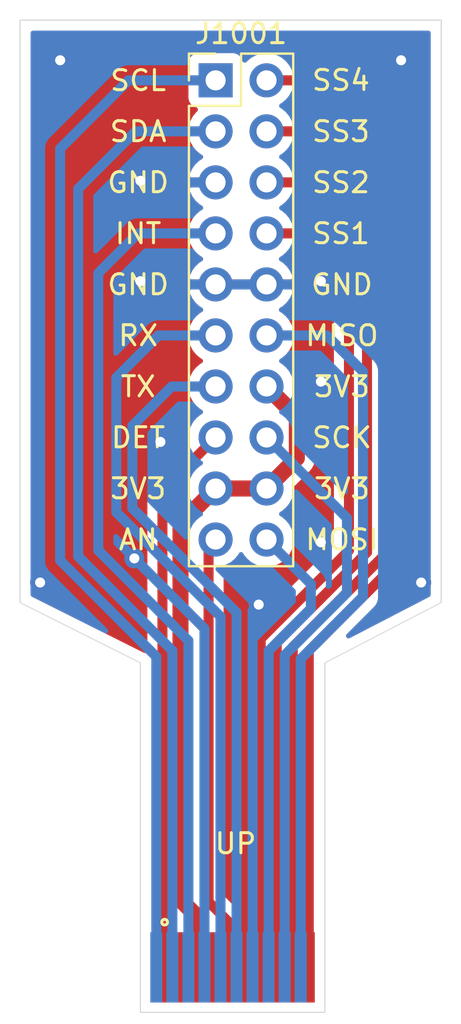
<source format=kicad_pcb>
(kicad_pcb (version 20171130) (host pcbnew 6.0.0-rc1-unknown-9cac0a3~66~ubuntu16.04.1)

  (general
    (thickness 1)
    (drawings 33)
    (tracks 104)
    (zones 0)
    (modules 2)
    (nets 17)
  )

  (page A4)
  (layers
    (0 F.Cu signal)
    (31 B.Cu signal)
    (32 B.Adhes user)
    (33 F.Adhes user)
    (34 B.Paste user)
    (35 F.Paste user)
    (36 B.SilkS user)
    (37 F.SilkS user)
    (38 B.Mask user)
    (39 F.Mask user)
    (40 Dwgs.User user)
    (41 Cmts.User user)
    (42 Eco1.User user)
    (43 Eco2.User user)
    (44 Edge.Cuts user)
    (45 Margin user)
    (46 B.CrtYd user)
    (47 F.CrtYd user)
    (48 B.Fab user)
    (49 F.Fab user)
  )

  (setup
    (last_trace_width 0.8)
    (user_trace_width 0.8)
    (trace_clearance 0.2)
    (zone_clearance 0.5)
    (zone_45_only no)
    (trace_min 0.2)
    (via_size 1)
    (via_drill 0.5)
    (via_min_size 0.4)
    (via_min_drill 0.3)
    (uvia_size 0.3)
    (uvia_drill 0.1)
    (uvias_allowed no)
    (uvia_min_size 0.2)
    (uvia_min_drill 0.1)
    (edge_width 0.05)
    (segment_width 0.2)
    (pcb_text_width 0.3)
    (pcb_text_size 1.5 1.5)
    (mod_edge_width 0.12)
    (mod_text_size 1 1)
    (mod_text_width 0.15)
    (pad_size 1.7 1.7)
    (pad_drill 1)
    (pad_to_mask_clearance 0.051)
    (solder_mask_min_width 0.25)
    (aux_axis_origin 139 108)
    (grid_origin 139 108)
    (visible_elements FFFFFF7F)
    (pcbplotparams
      (layerselection 0x010f0_ffffffff)
      (usegerberextensions false)
      (usegerberattributes false)
      (usegerberadvancedattributes false)
      (creategerberjobfile false)
      (excludeedgelayer true)
      (linewidth 0.050000)
      (plotframeref false)
      (viasonmask false)
      (mode 1)
      (useauxorigin true)
      (hpglpennumber 1)
      (hpglpenspeed 20)
      (hpglpendiameter 15.000000)
      (psnegative false)
      (psa4output false)
      (plotreference true)
      (plotvalue true)
      (plotinvisibletext false)
      (padsonsilk false)
      (subtractmaskfromsilk false)
      (outputformat 1)
      (mirror false)
      (drillshape 0)
      (scaleselection 1)
      (outputdirectory "out/"))
  )

  (net 0 "")
  (net 1 /DETECT)
  (net 2 +3V3)
  (net 3 /AN)
  (net 4 GND)
  (net 5 /SS1)
  (net 6 /SS2)
  (net 7 /SS3)
  (net 8 /SS4)
  (net 9 /SDA)
  (net 10 /RX)
  (net 11 /TX)
  (net 12 /MISO)
  (net 13 /SCL)
  (net 14 /INTERRUPT)
  (net 15 /MOSI)
  (net 16 /SCK)

  (net_class Default "This is the default net class."
    (clearance 0.2)
    (trace_width 0.5)
    (via_dia 1)
    (via_drill 0.5)
    (uvia_dia 0.3)
    (uvia_drill 0.1)
    (add_net +3V3)
    (add_net /AN)
    (add_net /DETECT)
    (add_net /INTERRUPT)
    (add_net /MISO)
    (add_net /MOSI)
    (add_net /RX)
    (add_net /SCK)
    (add_net /SCL)
    (add_net /SDA)
    (add_net /SS1)
    (add_net /SS2)
    (add_net /SS3)
    (add_net /SS4)
    (add_net /TX)
    (add_net GND)
  )

  (module Connector_PinHeader_2.54mm:PinHeader_2x10_P2.54mm_Vertical (layer F.Cu) (tedit 59FED5CC) (tstamp 5C451BDD)
    (at 148.75 61)
    (descr "Through hole straight pin header, 2x10, 2.54mm pitch, double rows")
    (tags "Through hole pin header THT 2x10 2.54mm double row")
    (path /5C44F4C6)
    (fp_text reference J1001 (at 1.27 -2.33) (layer F.SilkS)
      (effects (font (size 1 1) (thickness 0.15)))
    )
    (fp_text value "Pin header" (at 1.27 25.19) (layer F.Fab)
      (effects (font (size 1 1) (thickness 0.15)))
    )
    (fp_text user %R (at 1.27 11.43 90) (layer F.Fab)
      (effects (font (size 1 1) (thickness 0.15)))
    )
    (fp_line (start 4.35 -1.8) (end -1.8 -1.8) (layer F.CrtYd) (width 0.05))
    (fp_line (start 4.35 24.65) (end 4.35 -1.8) (layer F.CrtYd) (width 0.05))
    (fp_line (start -1.8 24.65) (end 4.35 24.65) (layer F.CrtYd) (width 0.05))
    (fp_line (start -1.8 -1.8) (end -1.8 24.65) (layer F.CrtYd) (width 0.05))
    (fp_line (start -1.33 -1.33) (end 0 -1.33) (layer F.SilkS) (width 0.12))
    (fp_line (start -1.33 0) (end -1.33 -1.33) (layer F.SilkS) (width 0.12))
    (fp_line (start 1.27 -1.33) (end 3.87 -1.33) (layer F.SilkS) (width 0.12))
    (fp_line (start 1.27 1.27) (end 1.27 -1.33) (layer F.SilkS) (width 0.12))
    (fp_line (start -1.33 1.27) (end 1.27 1.27) (layer F.SilkS) (width 0.12))
    (fp_line (start 3.87 -1.33) (end 3.87 24.19) (layer F.SilkS) (width 0.12))
    (fp_line (start -1.33 1.27) (end -1.33 24.19) (layer F.SilkS) (width 0.12))
    (fp_line (start -1.33 24.19) (end 3.87 24.19) (layer F.SilkS) (width 0.12))
    (fp_line (start -1.27 0) (end 0 -1.27) (layer F.Fab) (width 0.1))
    (fp_line (start -1.27 24.13) (end -1.27 0) (layer F.Fab) (width 0.1))
    (fp_line (start 3.81 24.13) (end -1.27 24.13) (layer F.Fab) (width 0.1))
    (fp_line (start 3.81 -1.27) (end 3.81 24.13) (layer F.Fab) (width 0.1))
    (fp_line (start 0 -1.27) (end 3.81 -1.27) (layer F.Fab) (width 0.1))
    (pad 20 thru_hole oval (at 2.54 22.86) (size 1.7 1.7) (drill 1) (layers *.Cu *.Mask)
      (net 15 /MOSI))
    (pad 19 thru_hole oval (at 0 22.86) (size 1.7 1.7) (drill 1) (layers *.Cu *.Mask)
      (net 3 /AN))
    (pad 18 thru_hole oval (at 2.54 20.32) (size 1.7 1.7) (drill 1) (layers *.Cu *.Mask)
      (net 2 +3V3))
    (pad 17 thru_hole oval (at 0 20.32) (size 1.7 1.7) (drill 1) (layers *.Cu *.Mask)
      (net 2 +3V3))
    (pad 16 thru_hole oval (at 2.54 17.78) (size 1.7 1.7) (drill 1) (layers *.Cu *.Mask)
      (net 16 /SCK))
    (pad 15 thru_hole oval (at 0 17.78) (size 1.7 1.7) (drill 1) (layers *.Cu *.Mask)
      (net 1 /DETECT))
    (pad 14 thru_hole oval (at 2.54 15.24) (size 1.7 1.7) (drill 1) (layers *.Cu *.Mask)
      (net 2 +3V3))
    (pad 13 thru_hole oval (at 0 15.24) (size 1.7 1.7) (drill 1) (layers *.Cu *.Mask)
      (net 11 /TX))
    (pad 12 thru_hole oval (at 2.54 12.7) (size 1.7 1.7) (drill 1) (layers *.Cu *.Mask)
      (net 12 /MISO))
    (pad 11 thru_hole oval (at 0 12.7) (size 1.7 1.7) (drill 1) (layers *.Cu *.Mask)
      (net 10 /RX))
    (pad 10 thru_hole oval (at 2.54 10.16) (size 1.7 1.7) (drill 1) (layers *.Cu *.Mask)
      (net 4 GND))
    (pad 9 thru_hole oval (at 0 10.16) (size 1.7 1.7) (drill 1) (layers *.Cu *.Mask)
      (net 4 GND))
    (pad 8 thru_hole oval (at 2.54 7.62) (size 1.7 1.7) (drill 1) (layers *.Cu *.Mask)
      (net 5 /SS1))
    (pad 7 thru_hole oval (at 0 7.62) (size 1.7 1.7) (drill 1) (layers *.Cu *.Mask)
      (net 14 /INTERRUPT))
    (pad 6 thru_hole oval (at 2.54 5.08) (size 1.7 1.7) (drill 1) (layers *.Cu *.Mask)
      (net 6 /SS2))
    (pad 5 thru_hole oval (at 0 5.08) (size 1.7 1.7) (drill 1) (layers *.Cu *.Mask)
      (net 4 GND))
    (pad 4 thru_hole oval (at 2.54 2.54) (size 1.7 1.7) (drill 1) (layers *.Cu *.Mask)
      (net 7 /SS3))
    (pad 3 thru_hole oval (at 0 2.54) (size 1.7 1.7) (drill 1) (layers *.Cu *.Mask)
      (net 9 /SDA))
    (pad 2 thru_hole oval (at 2.54 0) (size 1.7 1.7) (drill 1) (layers *.Cu *.Mask)
      (net 8 /SS4))
    (pad 1 thru_hole rect (at 0 0) (size 1.7 1.7) (drill 1) (layers *.Cu *.Mask)
      (net 13 /SCL))
    (model ${KISYS3DMOD}/Connector_PinHeader_2.54mm.3dshapes/PinHeader_2x10_P2.54mm_Vertical.wrl
      (at (xyz 0 0 0))
      (scale (xyz 1 1 1))
      (rotate (xyz 0 0 0))
    )
  )

  (module trollbook-footprints:10056847-CARDEDGE (layer F.Cu) (tedit 5C33BB15) (tstamp 5C0D7FAB)
    (at 149.61 105.41)
    (path /5C0D3475)
    (attr smd)
    (fp_text reference J1 (at 0 2.9) (layer F.SilkS) hide
      (effects (font (size 1 1) (thickness 0.15)))
    )
    (fp_text value 10056847-CARDEDGE (at 0 4.05) (layer F.Fab) hide
      (effects (font (size 1 1) (thickness 0.15)))
    )
    (fp_circle (center -3.4 -2.5) (end -3.5 -2.6) (layer F.SilkS) (width 0.15))
    (fp_line (start 4.6 -4.5) (end 4.6 2) (layer Dwgs.User) (width 0.12))
    (fp_line (start 4.6 2) (end -4.6 2) (layer Dwgs.User) (width 0.12))
    (fp_line (start -4.6 2) (end -4.6 -4.5) (layer Dwgs.User) (width 0.12))
    (pad 1 smd rect (at -3.413374 -0.25) (size 0.6 3.5) (layers F.Cu F.Paste F.Mask)
      (net 1 /DETECT))
    (pad 2 smd rect (at -2.613374 -0.25) (size 0.6 3.5) (layers F.Cu F.Paste F.Mask)
      (net 2 +3V3))
    (pad 3 smd rect (at -1.813374 -0.25) (size 0.6 3.5) (layers F.Cu F.Paste F.Mask)
      (net 2 +3V3))
    (pad 4 smd rect (at -1.013374 -0.25) (size 0.6 3.5) (layers F.Cu F.Paste F.Mask)
      (net 2 +3V3))
    (pad 5 smd rect (at -0.213374 -0.25) (size 0.6 3.5) (layers F.Cu F.Paste F.Mask)
      (net 3 /AN))
    (pad 6 smd rect (at 0.586626 -0.25) (size 0.6 3.5) (layers F.Cu F.Paste F.Mask)
      (net 4 GND))
    (pad 7 smd rect (at 1.386626 -0.25) (size 0.6 3.5) (layers F.Cu F.Paste F.Mask)
      (net 5 /SS1))
    (pad 8 smd rect (at 2.186626 -0.25) (size 0.6 3.5) (layers F.Cu F.Paste F.Mask)
      (net 6 /SS2))
    (pad 9 smd rect (at 2.986626 -0.25) (size 0.6 3.5) (layers F.Cu F.Paste F.Mask)
      (net 7 /SS3))
    (pad 10 smd rect (at 3.786626 -0.25) (size 0.6 3.5) (layers F.Cu F.Paste F.Mask)
      (net 8 /SS4))
    (pad 12 smd rect (at -3.014918 -0.25 180) (size 0.6 3.5) (layers B.Cu B.Paste B.Mask)
      (net 9 /SDA))
    (pad 14 smd rect (at -1.414918 -0.25 180) (size 0.6 3.5) (layers B.Cu B.Paste B.Mask)
      (net 4 GND))
    (pad 15 smd rect (at -0.614918 -0.25 180) (size 0.6 3.5) (layers B.Cu B.Paste B.Mask)
      (net 10 /RX))
    (pad 16 smd rect (at 0.185082 -0.25 180) (size 0.6 3.5) (layers B.Cu B.Paste B.Mask)
      (net 11 /TX))
    (pad 20 smd rect (at 3.385082 -0.25 180) (size 0.6 3.5) (layers B.Cu B.Paste B.Mask)
      (net 12 /MISO))
    (pad 11 smd rect (at -3.814918 -0.25 180) (size 0.6 3.5) (layers B.Cu B.Paste B.Mask)
      (net 13 /SCL))
    (pad 17 smd rect (at 0.985082 -0.25 180) (size 0.6 3.5) (layers B.Cu B.Paste B.Mask)
      (net 4 GND))
    (pad 13 smd rect (at -2.214918 -0.25 180) (size 0.6 3.5) (layers B.Cu B.Paste B.Mask)
      (net 14 /INTERRUPT))
    (pad 18 smd rect (at 1.785082 -0.25 180) (size 0.6 3.5) (layers B.Cu B.Paste B.Mask)
      (net 15 /MOSI))
    (pad 19 smd rect (at 2.585082 -0.25 180) (size 0.6 3.5) (layers B.Cu B.Paste B.Mask)
      (net 16 /SCK))
  )

  (gr_text GND (at 144.89 71.17) (layer F.SilkS) (tstamp 5C4527B1)
    (effects (font (size 1 1) (thickness 0.15)))
  )
  (gr_text 3V3 (at 144.89 81.33) (layer F.SilkS) (tstamp 5C4527AE)
    (effects (font (size 1 1) (thickness 0.15)))
  )
  (gr_text GND (at 144.89 66.09) (layer F.SilkS) (tstamp 5C4527AB)
    (effects (font (size 1 1) (thickness 0.15)))
  )
  (gr_text 3V3 (at 155.05 81.33) (layer F.SilkS) (tstamp 5C452783)
    (effects (font (size 1 1) (thickness 0.15)))
  )
  (gr_line (start 160 87) (end 154.2 90) (layer Edge.Cuts) (width 0.05) (tstamp 5C451CE8))
  (gr_line (start 160 58) (end 160 87) (layer Edge.Cuts) (width 0.05))
  (gr_line (start 139 58) (end 160 58) (layer Edge.Cuts) (width 0.05))
  (gr_line (start 139 87) (end 139 58) (layer Edge.Cuts) (width 0.05))
  (gr_line (start 145 90) (end 139 87) (layer Edge.Cuts) (width 0.05))
  (gr_line (start 154.2 100.9) (end 154.2 90) (layer Edge.Cuts) (width 0.05) (tstamp 5C0D8823))
  (gr_line (start 145 100.9) (end 145 90) (layer Edge.Cuts) (width 0.05) (tstamp 5C0D8820))
  (gr_poly (pts (xy 145.3 103.2) (xy 154.4 103.2) (xy 154.4 107.4) (xy 145.3 107.4)) (layer B.Mask) (width 0.1))
  (gr_poly (pts (xy 145.3 103.2) (xy 154.4 103.2) (xy 154.4 107.4) (xy 145.3 107.4)) (layer F.Mask) (width 0.1))
  (gr_text DET (at 144.89 78.79) (layer F.SilkS)
    (effects (font (size 1 1) (thickness 0.15)))
  )
  (gr_text INT (at 144.89 68.63) (layer F.SilkS)
    (effects (font (size 1 1) (thickness 0.15)))
  )
  (gr_text SDA (at 144.89 63.55) (layer F.SilkS)
    (effects (font (size 1 1) (thickness 0.15)))
  )
  (gr_text SCL (at 144.89 61.01) (layer F.SilkS)
    (effects (font (size 1 1) (thickness 0.15)))
  )
  (gr_text SS4 (at 155 61) (layer F.SilkS)
    (effects (font (size 1 1) (thickness 0.15)))
  )
  (gr_text SS3 (at 155 63.55) (layer F.SilkS)
    (effects (font (size 1 1) (thickness 0.15)))
  )
  (gr_text SS2 (at 155 66.09) (layer F.SilkS)
    (effects (font (size 1 1) (thickness 0.15)))
  )
  (gr_text SS1 (at 155 68.63) (layer F.SilkS)
    (effects (font (size 1 1) (thickness 0.15)))
  )
  (gr_text MISO (at 155.05 73.71) (layer F.SilkS)
    (effects (font (size 1 1) (thickness 0.15)))
  )
  (gr_text SCK (at 155.05 78.79) (layer F.SilkS)
    (effects (font (size 1 1) (thickness 0.15)))
  )
  (gr_text MOSI (at 155.05 83.87) (layer F.SilkS)
    (effects (font (size 1 1) (thickness 0.15)))
  )
  (gr_text GND (at 155.05 71.17) (layer F.SilkS)
    (effects (font (size 1 1) (thickness 0.15)))
  )
  (gr_text AN (at 144.89 83.87) (layer F.SilkS)
    (effects (font (size 1 1) (thickness 0.15)))
  )
  (gr_text 3V3 (at 155.05 76.25) (layer F.SilkS)
    (effects (font (size 1 1) (thickness 0.15)))
  )
  (gr_text TX (at 144.89 76.25) (layer F.SilkS)
    (effects (font (size 1 1) (thickness 0.15)))
  )
  (gr_text RX (at 144.89 73.71) (layer F.SilkS)
    (effects (font (size 1 1) (thickness 0.15)))
  )
  (gr_text UP (at 149.75 99) (layer F.SilkS)
    (effects (font (size 1 1) (thickness 0.15)))
  )
  (gr_line (start 145 107.4) (end 154.2 107.4) (layer Edge.Cuts) (width 0.05) (tstamp 5C0D8827))
  (gr_line (start 145 100.9) (end 145 107.4) (layer Edge.Cuts) (width 0.05) (tstamp 5C0D8826))
  (gr_line (start 154.2 107.4) (end 154.2 100.9) (layer Edge.Cuts) (width 0.05) (tstamp 5C0D8825))

  (segment (start 146.1 81.43) (end 148.75 78.78) (width 0.5) (layer F.Cu) (net 1))
  (segment (start 146.196626 105.16) (end 146.1 105.063374) (width 0.5) (layer F.Cu) (net 1))
  (segment (start 146.1 105.063374) (end 146.1 81.43) (width 0.5) (layer F.Cu) (net 1))
  (segment (start 148.596626 105.16) (end 147.796626 105.16) (width 0.5) (layer F.Cu) (net 2))
  (segment (start 147.796626 105.16) (end 146.996626 105.16) (width 0.5) (layer F.Cu) (net 2))
  (segment (start 150.196626 105.16) (end 150.196626 87.803374) (width 0.5) (layer F.Cu) (net 4))
  (segment (start 154 84) (end 154 84) (width 0.5) (layer F.Cu) (net 4))
  (segment (start 151.53 76) (end 151.29 76.24) (width 0.5) (layer F.Cu) (net 2))
  (segment (start 147.796626 102.596626) (end 147 101.8) (width 0.8) (layer F.Cu) (net 2))
  (segment (start 147.796626 105.16) (end 147.796626 102.596626) (width 0.8) (layer F.Cu) (net 2))
  (segment (start 147 83.07) (end 148.75 81.32) (width 0.8) (layer F.Cu) (net 2))
  (segment (start 147 101.8) (end 147 83.07) (width 0.8) (layer F.Cu) (net 2))
  (segment (start 148.75 81.32) (end 151.29 81.32) (width 0.8) (layer F.Cu) (net 2))
  (segment (start 151.29 76.24) (end 152.8 77.75) (width 0.8) (layer F.Cu) (net 2))
  (segment (start 152.8 77.75) (end 152.8 79.81) (width 0.8) (layer F.Cu) (net 2))
  (segment (start 152.8 79.81) (end 151.29 81.32) (width 0.8) (layer F.Cu) (net 2))
  (segment (start 148.4 84.21) (end 148.75 83.86) (width 0.5) (layer F.Cu) (net 3))
  (segment (start 148.4 101.9) (end 148.4 84.21) (width 0.5) (layer F.Cu) (net 3))
  (segment (start 149.396626 105.16) (end 149.396626 102.896626) (width 0.5) (layer F.Cu) (net 3))
  (segment (start 149.396626 102.896626) (end 148.4 101.9) (width 0.5) (layer F.Cu) (net 3))
  (segment (start 148.195082 105.16) (end 148.195082 88.295082) (width 0.5) (layer B.Cu) (net 4))
  (segment (start 148.195082 88.295082) (end 148 88.1) (width 0.5) (layer B.Cu) (net 4))
  (via (at 144.7 84.8) (size 1) (drill 0.5) (layers F.Cu B.Cu) (net 4))
  (segment (start 148 88.1) (end 144.7 84.8) (width 0.5) (layer B.Cu) (net 4))
  (segment (start 150.595082 105.16) (end 150.595082 87.404918) (width 0.5) (layer B.Cu) (net 4))
  (segment (start 150.595082 87.404918) (end 150.9 87.1) (width 0.5) (layer B.Cu) (net 4))
  (segment (start 150.196626 87.803374) (end 150.9 87.1) (width 0.5) (layer F.Cu) (net 4))
  (via (at 150.9 87.1) (size 1) (drill 0.5) (layers F.Cu B.Cu) (net 4))
  (segment (start 150.9 87.1) (end 154 84) (width 0.5) (layer F.Cu) (net 4))
  (via (at 158 60) (size 1) (drill 0.5) (layers F.Cu B.Cu) (net 4))
  (via (at 141 60) (size 1) (drill 0.5) (layers F.Cu B.Cu) (net 4))
  (via (at 159 86) (size 1) (drill 0.5) (layers F.Cu B.Cu) (net 4))
  (via (at 140 86) (size 1) (drill 0.5) (layers F.Cu B.Cu) (net 4))
  (via (at 145 71) (size 1) (drill 0.5) (layers F.Cu B.Cu) (net 4))
  (via (at 145 66) (size 1) (drill 0.5) (layers F.Cu B.Cu) (net 4))
  (via (at 154 71) (size 1) (drill 0.5) (layers F.Cu B.Cu) (net 4))
  (segment (start 154 84) (end 154 76) (width 0.5) (layer F.Cu) (net 4) (tstamp 5C452851))
  (via (at 154 84) (size 1) (drill 0.5) (layers F.Cu B.Cu) (net 4))
  (segment (start 154 76) (end 154 76) (width 0.5) (layer F.Cu) (net 4) (tstamp 5C452853))
  (via (at 154 76) (size 1) (drill 0.5) (layers F.Cu B.Cu) (net 4))
  (via (at 146 79) (size 1) (drill 0.5) (layers F.Cu B.Cu) (net 4))
  (segment (start 150.996626 89.803167) (end 150.999793 89.8) (width 0.5) (layer F.Cu) (net 5))
  (segment (start 154.42 68.62) (end 151.29 68.62) (width 0.5) (layer F.Cu) (net 5))
  (segment (start 155.4 69.6) (end 154.42 68.62) (width 0.5) (layer F.Cu) (net 5))
  (segment (start 150.996626 105.16) (end 150.996626 89.803167) (width 0.5) (layer F.Cu) (net 5))
  (segment (start 150.999793 89.8) (end 150.999793 88.800207) (width 0.5) (layer F.Cu) (net 5))
  (segment (start 150.999793 88.800207) (end 155.4 84.4) (width 0.5) (layer F.Cu) (net 5))
  (segment (start 155.4 84.4) (end 155.4 69.6) (width 0.5) (layer F.Cu) (net 5))
  (segment (start 154.78 66.08) (end 152.492081 66.08) (width 0.5) (layer F.Cu) (net 6))
  (segment (start 156.3 67.6) (end 154.78 66.08) (width 0.5) (layer F.Cu) (net 6))
  (segment (start 152.492081 66.08) (end 151.29 66.08) (width 0.5) (layer F.Cu) (net 6))
  (segment (start 156.3 84.5) (end 156.3 67.6) (width 0.5) (layer F.Cu) (net 6))
  (segment (start 151.796626 105.16) (end 151.796626 89.003374) (width 0.5) (layer F.Cu) (net 6))
  (segment (start 151.796626 89.003374) (end 156.3 84.5) (width 0.5) (layer F.Cu) (net 6))
  (segment (start 157.2 65.2) (end 155.54 63.54) (width 0.5) (layer F.Cu) (net 7))
  (segment (start 152.492081 63.54) (end 151.29 63.54) (width 0.5) (layer F.Cu) (net 7))
  (segment (start 152.596626 105.16) (end 152.596626 89.203374) (width 0.5) (layer F.Cu) (net 7))
  (segment (start 155.54 63.54) (end 152.492081 63.54) (width 0.5) (layer F.Cu) (net 7))
  (segment (start 157.2 84.6) (end 157.2 65.2) (width 0.5) (layer F.Cu) (net 7))
  (segment (start 152.596626 89.203374) (end 157.2 84.6) (width 0.5) (layer F.Cu) (net 7))
  (segment (start 158.1 64.8) (end 154.3 61) (width 0.5) (layer F.Cu) (net 8))
  (segment (start 158.1 84.7) (end 158.1 64.8) (width 0.5) (layer F.Cu) (net 8))
  (segment (start 154.3 61) (end 151.29 61) (width 0.5) (layer F.Cu) (net 8))
  (segment (start 153.396626 105.16) (end 153.396626 89.403374) (width 0.5) (layer F.Cu) (net 8))
  (segment (start 153.396626 89.403374) (end 158.1 84.7) (width 0.5) (layer F.Cu) (net 8))
  (segment (start 146.595082 105.16) (end 146.595082 89.395082) (width 0.5) (layer B.Cu) (net 9))
  (segment (start 146.595082 89.395082) (end 141.9 84.7) (width 0.5) (layer B.Cu) (net 9))
  (segment (start 141.9 84.7) (end 141.9 66.4) (width 0.5) (layer B.Cu) (net 9))
  (segment (start 144.76 63.54) (end 148.75 63.54) (width 0.5) (layer B.Cu) (net 9))
  (segment (start 141.9 66.4) (end 144.76 63.54) (width 0.5) (layer B.Cu) (net 9))
  (segment (start 143.8 75.8) (end 145.9 73.7) (width 0.5) (layer B.Cu) (net 10))
  (segment (start 148.995082 105.16) (end 148.995082 87.695082) (width 0.5) (layer B.Cu) (net 10))
  (segment (start 145.9 73.7) (end 148.75 73.7) (width 0.5) (layer B.Cu) (net 10))
  (segment (start 143.8 82.5) (end 143.8 75.8) (width 0.5) (layer B.Cu) (net 10))
  (segment (start 148.995082 87.695082) (end 143.8 82.5) (width 0.5) (layer B.Cu) (net 10))
  (segment (start 146.56 76.24) (end 148.75 76.24) (width 0.5) (layer B.Cu) (net 11))
  (segment (start 144.6 78.2) (end 146.56 76.24) (width 0.5) (layer B.Cu) (net 11))
  (segment (start 144.6 82.3) (end 144.6 78.2) (width 0.5) (layer B.Cu) (net 11))
  (segment (start 149.795082 105.16) (end 149.795082 87.495082) (width 0.5) (layer B.Cu) (net 11))
  (segment (start 149.795082 87.495082) (end 144.6 82.3) (width 0.5) (layer B.Cu) (net 11))
  (segment (start 154.3 73.7) (end 151.29 73.7) (width 0.5) (layer B.Cu) (net 12))
  (segment (start 156.1 75.5) (end 154.3 73.7) (width 0.5) (layer B.Cu) (net 12))
  (segment (start 152.995082 89.804918) (end 156.1 86.7) (width 0.5) (layer B.Cu) (net 12))
  (segment (start 156.1 86.7) (end 156.1 75.5) (width 0.5) (layer B.Cu) (net 12))
  (segment (start 152.995082 105.16) (end 152.995082 89.804918) (width 0.5) (layer B.Cu) (net 12))
  (segment (start 144.4 61) (end 148.75 61) (width 0.5) (layer B.Cu) (net 13))
  (segment (start 141 64.4) (end 144.4 61) (width 0.5) (layer B.Cu) (net 13))
  (segment (start 145.795082 105.16) (end 145.795082 89.695082) (width 0.5) (layer B.Cu) (net 13))
  (segment (start 141 84.9) (end 141 64.4) (width 0.5) (layer B.Cu) (net 13))
  (segment (start 145.795082 89.695082) (end 141 84.9) (width 0.5) (layer B.Cu) (net 13))
  (segment (start 147.395082 105.16) (end 147.395082 88.895082) (width 0.5) (layer B.Cu) (net 14))
  (segment (start 147.395082 88.895082) (end 142.9 84.4) (width 0.5) (layer B.Cu) (net 14))
  (segment (start 142.9 84.4) (end 142.9 70.6) (width 0.5) (layer B.Cu) (net 14))
  (segment (start 144.88 68.62) (end 148.75 68.62) (width 0.5) (layer B.Cu) (net 14))
  (segment (start 142.9 70.6) (end 144.88 68.62) (width 0.5) (layer B.Cu) (net 14))
  (segment (start 151.395082 105.16) (end 151.395082 89.404918) (width 0.5) (layer B.Cu) (net 15))
  (segment (start 151.395082 89.404918) (end 153.5 87.3) (width 0.5) (layer B.Cu) (net 15))
  (segment (start 153.5 86.07) (end 151.29 83.86) (width 0.5) (layer B.Cu) (net 15))
  (segment (start 153.5 87.3) (end 153.5 86.07) (width 0.5) (layer B.Cu) (net 15))
  (segment (start 155.3 82.79) (end 152.139999 79.629999) (width 0.5) (layer B.Cu) (net 16))
  (segment (start 155.3 86.510036) (end 155.3 82.79) (width 0.5) (layer B.Cu) (net 16))
  (segment (start 152.139999 79.629999) (end 151.29 78.78) (width 0.5) (layer B.Cu) (net 16))
  (segment (start 152.195082 105.16) (end 152.195082 89.614954) (width 0.5) (layer B.Cu) (net 16))
  (segment (start 152.195082 89.614954) (end 155.3 86.510036) (width 0.5) (layer B.Cu) (net 16))

  (zone (net 4) (net_name GND) (layer B.Cu) (tstamp 0) (hatch edge 0.508)
    (connect_pads (clearance 0.5))
    (min_thickness 0.25)
    (fill yes (arc_segments 32) (thermal_gap 0.5) (thermal_bridge_width 0.5))
    (polygon
      (pts
        (xy 138 57) (xy 161 57) (xy 161 108) (xy 138 108)
      )
    )
    (filled_polygon
      (pts
        (xy 150.057649 84.683431) (xy 150.241972 84.908028) (xy 150.466569 85.092351) (xy 150.722811 85.229315) (xy 151.00085 85.313657)
        (xy 151.217548 85.335) (xy 151.362452 85.335) (xy 151.51276 85.320196) (xy 152.625001 86.432438) (xy 152.625 86.937563)
        (xy 150.806758 88.755806) (xy 150.773371 88.783206) (xy 150.670082 88.909064) (xy 150.670082 87.53806) (xy 150.674315 87.495081)
        (xy 150.657421 87.323551) (xy 150.635093 87.249947) (xy 150.607387 87.158614) (xy 150.526138 87.006606) (xy 150.416794 86.87337)
        (xy 150.383401 86.845965) (xy 148.867954 85.330518) (xy 149.03915 85.313657) (xy 149.317189 85.229315) (xy 149.573431 85.092351)
        (xy 149.798028 84.908028) (xy 149.982351 84.683431) (xy 150.02 84.612995)
      )
    )
    (filled_polygon
      (pts
        (xy 159.350001 86.604404) (xy 155.379137 88.658299) (xy 156.688326 87.349111) (xy 156.721712 87.321712) (xy 156.831056 87.188476)
        (xy 156.912305 87.036468) (xy 156.951654 86.906754) (xy 156.962339 86.871531) (xy 156.979233 86.700001) (xy 156.975 86.657022)
        (xy 156.975 75.542978) (xy 156.979233 75.499999) (xy 156.962339 75.328469) (xy 156.950694 75.29008) (xy 156.912305 75.163532)
        (xy 156.831056 75.011524) (xy 156.721712 74.878288) (xy 156.688319 74.850883) (xy 154.949117 73.111681) (xy 154.921712 73.078288)
        (xy 154.788476 72.968944) (xy 154.636468 72.887695) (xy 154.47153 72.837661) (xy 154.342979 72.825) (xy 154.3 72.820767)
        (xy 154.257021 72.825) (xy 152.480029 72.825) (xy 152.338028 72.651972) (xy 152.113431 72.467649) (xy 152.03419 72.425294)
        (xy 152.164496 72.347812) (xy 152.379423 72.154383) (xy 152.552485 71.92274) (xy 152.67703 71.661786) (xy 152.722045 71.513372)
        (xy 152.602812 71.285) (xy 151.415 71.285) (xy 151.415 71.305) (xy 151.165 71.305) (xy 151.165 71.285)
        (xy 148.875 71.285) (xy 148.875 71.305) (xy 148.625 71.305) (xy 148.625 71.285) (xy 147.437188 71.285)
        (xy 147.317955 71.513372) (xy 147.36297 71.661786) (xy 147.487515 71.92274) (xy 147.660577 72.154383) (xy 147.875504 72.347812)
        (xy 148.00581 72.425294) (xy 147.926569 72.467649) (xy 147.701972 72.651972) (xy 147.559971 72.825) (xy 145.942978 72.825)
        (xy 145.899999 72.820767) (xy 145.728469 72.837661) (xy 145.69008 72.849306) (xy 145.563532 72.887695) (xy 145.411524 72.968944)
        (xy 145.278288 73.078288) (xy 145.250888 73.111675) (xy 143.775 74.587564) (xy 143.775 70.962436) (xy 145.242437 69.495)
        (xy 147.559971 69.495) (xy 147.701972 69.668028) (xy 147.926569 69.852351) (xy 148.00581 69.894706) (xy 147.875504 69.972188)
        (xy 147.660577 70.165617) (xy 147.487515 70.39726) (xy 147.36297 70.658214) (xy 147.317955 70.806628) (xy 147.437188 71.035)
        (xy 148.625 71.035) (xy 148.625 71.015) (xy 148.875 71.015) (xy 148.875 71.035) (xy 151.165 71.035)
        (xy 151.165 71.015) (xy 151.415 71.015) (xy 151.415 71.035) (xy 152.602812 71.035) (xy 152.722045 70.806628)
        (xy 152.67703 70.658214) (xy 152.552485 70.39726) (xy 152.379423 70.165617) (xy 152.164496 69.972188) (xy 152.03419 69.894706)
        (xy 152.113431 69.852351) (xy 152.338028 69.668028) (xy 152.522351 69.443431) (xy 152.659315 69.187189) (xy 152.743657 68.90915)
        (xy 152.772136 68.62) (xy 152.743657 68.33085) (xy 152.659315 68.052811) (xy 152.522351 67.796569) (xy 152.338028 67.571972)
        (xy 152.113431 67.387649) (xy 152.042995 67.35) (xy 152.113431 67.312351) (xy 152.338028 67.128028) (xy 152.522351 66.903431)
        (xy 152.659315 66.647189) (xy 152.743657 66.36915) (xy 152.772136 66.08) (xy 152.743657 65.79085) (xy 152.659315 65.512811)
        (xy 152.522351 65.256569) (xy 152.338028 65.031972) (xy 152.113431 64.847649) (xy 152.042995 64.81) (xy 152.113431 64.772351)
        (xy 152.338028 64.588028) (xy 152.522351 64.363431) (xy 152.659315 64.107189) (xy 152.743657 63.82915) (xy 152.772136 63.54)
        (xy 152.743657 63.25085) (xy 152.659315 62.972811) (xy 152.522351 62.716569) (xy 152.338028 62.491972) (xy 152.113431 62.307649)
        (xy 152.042995 62.27) (xy 152.113431 62.232351) (xy 152.338028 62.048028) (xy 152.522351 61.823431) (xy 152.659315 61.567189)
        (xy 152.743657 61.28915) (xy 152.772136 61) (xy 152.743657 60.71085) (xy 152.659315 60.432811) (xy 152.522351 60.176569)
        (xy 152.338028 59.951972) (xy 152.113431 59.767649) (xy 151.857189 59.630685) (xy 151.57915 59.546343) (xy 151.362452 59.525)
        (xy 151.217548 59.525) (xy 151.00085 59.546343) (xy 150.722811 59.630685) (xy 150.466569 59.767649) (xy 150.241972 59.951972)
        (xy 150.206254 59.995494) (xy 150.180219 59.909666) (xy 150.122183 59.801089) (xy 150.04408 59.70592) (xy 149.948911 59.627817)
        (xy 149.840334 59.569781) (xy 149.722521 59.534043) (xy 149.6 59.521976) (xy 147.9 59.521976) (xy 147.777479 59.534043)
        (xy 147.659666 59.569781) (xy 147.551089 59.627817) (xy 147.45592 59.70592) (xy 147.377817 59.801089) (xy 147.319781 59.909666)
        (xy 147.284043 60.027479) (xy 147.274438 60.125) (xy 144.442978 60.125) (xy 144.399999 60.120767) (xy 144.228469 60.137661)
        (xy 144.187794 60.15) (xy 144.063532 60.187695) (xy 143.911524 60.268944) (xy 143.778288 60.378288) (xy 143.750888 60.411675)
        (xy 140.411676 63.750888) (xy 140.378289 63.778288) (xy 140.268945 63.911524) (xy 140.225516 63.992774) (xy 140.187695 64.063533)
        (xy 140.137661 64.228471) (xy 140.120767 64.4) (xy 140.125001 64.442989) (xy 140.125 84.857021) (xy 140.120767 84.9)
        (xy 140.134208 85.036467) (xy 140.137661 85.071529) (xy 140.187695 85.236467) (xy 140.268944 85.388475) (xy 140.378288 85.521712)
        (xy 140.411681 85.549117) (xy 143.271682 88.409119) (xy 139.65 86.598278) (xy 139.65 58.65) (xy 159.35 58.65)
      )
    )
    (filled_polygon
      (pts
        (xy 148.120083 88.057519) (xy 148.120083 88.399228) (xy 148.016794 88.27337) (xy 147.983407 88.24597) (xy 143.775 84.037564)
        (xy 143.775 83.712436)
      )
    )
    (filled_polygon
      (pts
        (xy 154.425001 83.152437) (xy 154.425 86.147599) (xy 154.375 86.197599) (xy 154.375 86.112979) (xy 154.379233 86.07)
        (xy 154.362339 85.89847) (xy 154.312305 85.733532) (xy 154.293169 85.697731) (xy 154.231056 85.581524) (xy 154.121712 85.448288)
        (xy 154.088325 85.420888) (xy 152.750196 84.08276) (xy 152.772136 83.86) (xy 152.743657 83.57085) (xy 152.659315 83.292811)
        (xy 152.522351 83.036569) (xy 152.338028 82.811972) (xy 152.113431 82.627649) (xy 152.042995 82.59) (xy 152.113431 82.552351)
        (xy 152.338028 82.368028) (xy 152.522351 82.143431) (xy 152.659315 81.887189) (xy 152.743657 81.60915) (xy 152.756035 81.483471)
      )
    )
    (filled_polygon
      (pts
        (xy 147.701972 77.288028) (xy 147.926569 77.472351) (xy 147.997005 77.51) (xy 147.926569 77.547649) (xy 147.701972 77.731972)
        (xy 147.517649 77.956569) (xy 147.380685 78.212811) (xy 147.296343 78.49085) (xy 147.267864 78.78) (xy 147.296343 79.06915)
        (xy 147.380685 79.347189) (xy 147.517649 79.603431) (xy 147.701972 79.828028) (xy 147.926569 80.012351) (xy 147.997005 80.05)
        (xy 147.926569 80.087649) (xy 147.701972 80.271972) (xy 147.517649 80.496569) (xy 147.380685 80.752811) (xy 147.296343 81.03085)
        (xy 147.267864 81.32) (xy 147.296343 81.60915) (xy 147.380685 81.887189) (xy 147.517649 82.143431) (xy 147.701972 82.368028)
        (xy 147.926569 82.552351) (xy 147.997005 82.59) (xy 147.926569 82.627649) (xy 147.701972 82.811972) (xy 147.517649 83.036569)
        (xy 147.380685 83.292811) (xy 147.296343 83.57085) (xy 147.279482 83.742046) (xy 145.475 81.937564) (xy 145.475 78.562436)
        (xy 146.922437 77.115) (xy 147.559971 77.115)
      )
    )
    (filled_polygon
      (pts
        (xy 155.225001 75.862437) (xy 155.225 81.477564) (xy 152.789113 79.041677) (xy 152.789108 79.041671) (xy 152.750196 79.002759)
        (xy 152.772136 78.78) (xy 152.743657 78.49085) (xy 152.659315 78.212811) (xy 152.522351 77.956569) (xy 152.338028 77.731972)
        (xy 152.113431 77.547649) (xy 152.042995 77.51) (xy 152.113431 77.472351) (xy 152.338028 77.288028) (xy 152.522351 77.063431)
        (xy 152.659315 76.807189) (xy 152.743657 76.52915) (xy 152.772136 76.24) (xy 152.743657 75.95085) (xy 152.659315 75.672811)
        (xy 152.522351 75.416569) (xy 152.338028 75.191972) (xy 152.113431 75.007649) (xy 152.042995 74.97) (xy 152.113431 74.932351)
        (xy 152.338028 74.748028) (xy 152.480029 74.575) (xy 153.937564 74.575)
      )
    )
    (filled_polygon
      (pts
        (xy 147.701972 64.588028) (xy 147.926569 64.772351) (xy 148.00581 64.814706) (xy 147.875504 64.892188) (xy 147.660577 65.085617)
        (xy 147.487515 65.31726) (xy 147.36297 65.578214) (xy 147.317955 65.726628) (xy 147.437188 65.955) (xy 148.625 65.955)
        (xy 148.625 65.935) (xy 148.875 65.935) (xy 148.875 65.955) (xy 148.895 65.955) (xy 148.895 66.205)
        (xy 148.875 66.205) (xy 148.875 66.225) (xy 148.625 66.225) (xy 148.625 66.205) (xy 147.437188 66.205)
        (xy 147.317955 66.433372) (xy 147.36297 66.581786) (xy 147.487515 66.84274) (xy 147.660577 67.074383) (xy 147.875504 67.267812)
        (xy 148.00581 67.345294) (xy 147.926569 67.387649) (xy 147.701972 67.571972) (xy 147.559971 67.745) (xy 144.922979 67.745)
        (xy 144.88 67.740767) (xy 144.837021 67.745) (xy 144.70847 67.757661) (xy 144.543532 67.807695) (xy 144.391524 67.888944)
        (xy 144.258288 67.998288) (xy 144.230888 68.031675) (xy 142.775 69.487564) (xy 142.775 66.762436) (xy 145.122437 64.415)
        (xy 147.559971 64.415)
      )
    )
  )
  (zone (net 4) (net_name GND) (layer F.Cu) (tstamp 5C4522C5) (hatch edge 0.508)
    (connect_pads (clearance 0.5))
    (min_thickness 0.25)
    (fill yes (arc_segments 32) (thermal_gap 0.5) (thermal_bridge_width 0.5))
    (polygon
      (pts
        (xy 138 57) (xy 161 57) (xy 161 108) (xy 138 108)
      )
    )
    (filled_polygon
      (pts
        (xy 159.350001 86.604404) (xy 155.379136 88.6583) (xy 158.68832 85.349116) (xy 158.721712 85.321712) (xy 158.831056 85.188476)
        (xy 158.912305 85.036468) (xy 158.957198 84.888477) (xy 158.962339 84.871531) (xy 158.979233 84.700001) (xy 158.975 84.657022)
        (xy 158.975 64.842979) (xy 158.979233 64.8) (xy 158.962339 64.62847) (xy 158.912305 64.463532) (xy 158.831056 64.311524)
        (xy 158.797845 64.271056) (xy 158.721712 64.178288) (xy 158.688325 64.150888) (xy 154.949117 60.411681) (xy 154.921712 60.378288)
        (xy 154.788476 60.268944) (xy 154.636468 60.187695) (xy 154.47153 60.137661) (xy 154.342979 60.125) (xy 154.3 60.120767)
        (xy 154.257021 60.125) (xy 152.480029 60.125) (xy 152.338028 59.951972) (xy 152.113431 59.767649) (xy 151.857189 59.630685)
        (xy 151.57915 59.546343) (xy 151.362452 59.525) (xy 151.217548 59.525) (xy 151.00085 59.546343) (xy 150.722811 59.630685)
        (xy 150.466569 59.767649) (xy 150.241972 59.951972) (xy 150.206254 59.995494) (xy 150.180219 59.909666) (xy 150.122183 59.801089)
        (xy 150.04408 59.70592) (xy 149.948911 59.627817) (xy 149.840334 59.569781) (xy 149.722521 59.534043) (xy 149.6 59.521976)
        (xy 147.9 59.521976) (xy 147.777479 59.534043) (xy 147.659666 59.569781) (xy 147.551089 59.627817) (xy 147.45592 59.70592)
        (xy 147.377817 59.801089) (xy 147.319781 59.909666) (xy 147.284043 60.027479) (xy 147.271976 60.15) (xy 147.271976 61.85)
        (xy 147.284043 61.972521) (xy 147.319781 62.090334) (xy 147.377817 62.198911) (xy 147.45592 62.29408) (xy 147.551089 62.372183)
        (xy 147.659666 62.430219) (xy 147.745494 62.456254) (xy 147.701972 62.491972) (xy 147.517649 62.716569) (xy 147.380685 62.972811)
        (xy 147.296343 63.25085) (xy 147.267864 63.54) (xy 147.296343 63.82915) (xy 147.380685 64.107189) (xy 147.517649 64.363431)
        (xy 147.701972 64.588028) (xy 147.926569 64.772351) (xy 148.00581 64.814706) (xy 147.875504 64.892188) (xy 147.660577 65.085617)
        (xy 147.487515 65.31726) (xy 147.36297 65.578214) (xy 147.317955 65.726628) (xy 147.437188 65.955) (xy 148.625 65.955)
        (xy 148.625 65.935) (xy 148.875 65.935) (xy 148.875 65.955) (xy 148.895 65.955) (xy 148.895 66.205)
        (xy 148.875 66.205) (xy 148.875 66.225) (xy 148.625 66.225) (xy 148.625 66.205) (xy 147.437188 66.205)
        (xy 147.317955 66.433372) (xy 147.36297 66.581786) (xy 147.487515 66.84274) (xy 147.660577 67.074383) (xy 147.875504 67.267812)
        (xy 148.00581 67.345294) (xy 147.926569 67.387649) (xy 147.701972 67.571972) (xy 147.517649 67.796569) (xy 147.380685 68.052811)
        (xy 147.296343 68.33085) (xy 147.267864 68.62) (xy 147.296343 68.90915) (xy 147.380685 69.187189) (xy 147.517649 69.443431)
        (xy 147.701972 69.668028) (xy 147.926569 69.852351) (xy 148.00581 69.894706) (xy 147.875504 69.972188) (xy 147.660577 70.165617)
        (xy 147.487515 70.39726) (xy 147.36297 70.658214) (xy 147.317955 70.806628) (xy 147.437188 71.035) (xy 148.625 71.035)
        (xy 148.625 71.015) (xy 148.875 71.015) (xy 148.875 71.035) (xy 151.165 71.035) (xy 151.165 71.015)
        (xy 151.415 71.015) (xy 151.415 71.035) (xy 152.602812 71.035) (xy 152.722045 70.806628) (xy 152.67703 70.658214)
        (xy 152.552485 70.39726) (xy 152.379423 70.165617) (xy 152.164496 69.972188) (xy 152.03419 69.894706) (xy 152.113431 69.852351)
        (xy 152.338028 69.668028) (xy 152.480029 69.495) (xy 154.057564 69.495) (xy 154.525001 69.962437) (xy 154.525 84.037564)
        (xy 150.411469 88.151095) (xy 150.378082 88.178495) (xy 150.268738 88.311731) (xy 150.262105 88.324141) (xy 150.187488 88.46374)
        (xy 150.137454 88.628678) (xy 150.12056 88.800207) (xy 150.124794 88.843195) (xy 150.124793 89.728032) (xy 150.117393 89.803167)
        (xy 150.121627 89.846156) (xy 150.121626 102.400771) (xy 150.018338 102.274914) (xy 149.984951 102.247514) (xy 149.275 101.537564)
        (xy 149.275 85.242113) (xy 149.317189 85.229315) (xy 149.573431 85.092351) (xy 149.798028 84.908028) (xy 149.982351 84.683431)
        (xy 150.02 84.612995) (xy 150.057649 84.683431) (xy 150.241972 84.908028) (xy 150.466569 85.092351) (xy 150.722811 85.229315)
        (xy 151.00085 85.313657) (xy 151.217548 85.335) (xy 151.362452 85.335) (xy 151.57915 85.313657) (xy 151.857189 85.229315)
        (xy 152.113431 85.092351) (xy 152.338028 84.908028) (xy 152.522351 84.683431) (xy 152.659315 84.427189) (xy 152.743657 84.14915)
        (xy 152.772136 83.86) (xy 152.743657 83.57085) (xy 152.659315 83.292811) (xy 152.522351 83.036569) (xy 152.338028 82.811972)
        (xy 152.113431 82.627649) (xy 152.042995 82.59) (xy 152.113431 82.552351) (xy 152.338028 82.368028) (xy 152.522351 82.143431)
        (xy 152.659315 81.887189) (xy 152.743657 81.60915) (xy 152.772136 81.32) (xy 152.769216 81.290352) (xy 153.489181 80.570388)
        (xy 153.528291 80.538291) (xy 153.65638 80.382215) (xy 153.751558 80.204148) (xy 153.810169 80.010935) (xy 153.825 79.860351)
        (xy 153.825 79.860341) (xy 153.829958 79.810001) (xy 153.825 79.759661) (xy 153.825 77.800339) (xy 153.829958 77.749999)
        (xy 153.825 77.699659) (xy 153.825 77.699649) (xy 153.810169 77.549065) (xy 153.751558 77.355852) (xy 153.65638 77.177785)
        (xy 153.528291 77.021709) (xy 153.489181 76.989612) (xy 152.769216 76.269648) (xy 152.772136 76.24) (xy 152.743657 75.95085)
        (xy 152.659315 75.672811) (xy 152.522351 75.416569) (xy 152.338028 75.191972) (xy 152.113431 75.007649) (xy 152.042995 74.97)
        (xy 152.113431 74.932351) (xy 152.338028 74.748028) (xy 152.522351 74.523431) (xy 152.659315 74.267189) (xy 152.743657 73.98915)
        (xy 152.772136 73.7) (xy 152.743657 73.41085) (xy 152.659315 73.132811) (xy 152.522351 72.876569) (xy 152.338028 72.651972)
        (xy 152.113431 72.467649) (xy 152.03419 72.425294) (xy 152.164496 72.347812) (xy 152.379423 72.154383) (xy 152.552485 71.92274)
        (xy 152.67703 71.661786) (xy 152.722045 71.513372) (xy 152.602812 71.285) (xy 151.415 71.285) (xy 151.415 71.305)
        (xy 151.165 71.305) (xy 151.165 71.285) (xy 148.875 71.285) (xy 148.875 71.305) (xy 148.625 71.305)
        (xy 148.625 71.285) (xy 147.437188 71.285) (xy 147.317955 71.513372) (xy 147.36297 71.661786) (xy 147.487515 71.92274)
        (xy 147.660577 72.154383) (xy 147.875504 72.347812) (xy 148.00581 72.425294) (xy 147.926569 72.467649) (xy 147.701972 72.651972)
        (xy 147.517649 72.876569) (xy 147.380685 73.132811) (xy 147.296343 73.41085) (xy 147.267864 73.7) (xy 147.296343 73.98915)
        (xy 147.380685 74.267189) (xy 147.517649 74.523431) (xy 147.701972 74.748028) (xy 147.926569 74.932351) (xy 147.997005 74.97)
        (xy 147.926569 75.007649) (xy 147.701972 75.191972) (xy 147.517649 75.416569) (xy 147.380685 75.672811) (xy 147.296343 75.95085)
        (xy 147.267864 76.24) (xy 147.296343 76.52915) (xy 147.380685 76.807189) (xy 147.517649 77.063431) (xy 147.701972 77.288028)
        (xy 147.926569 77.472351) (xy 147.997005 77.51) (xy 147.926569 77.547649) (xy 147.701972 77.731972) (xy 147.517649 77.956569)
        (xy 147.380685 78.212811) (xy 147.296343 78.49085) (xy 147.267864 78.78) (xy 147.289804 79.002759) (xy 145.511676 80.780888)
        (xy 145.478289 80.808288) (xy 145.368945 80.941524) (xy 145.325516 81.022774) (xy 145.287695 81.093533) (xy 145.237661 81.258471)
        (xy 145.220767 81.43) (xy 145.225001 81.472989) (xy 145.225001 89.385778) (xy 139.65 86.598278) (xy 139.65 58.65)
        (xy 159.35 58.65)
      )
    )
  )
)

</source>
